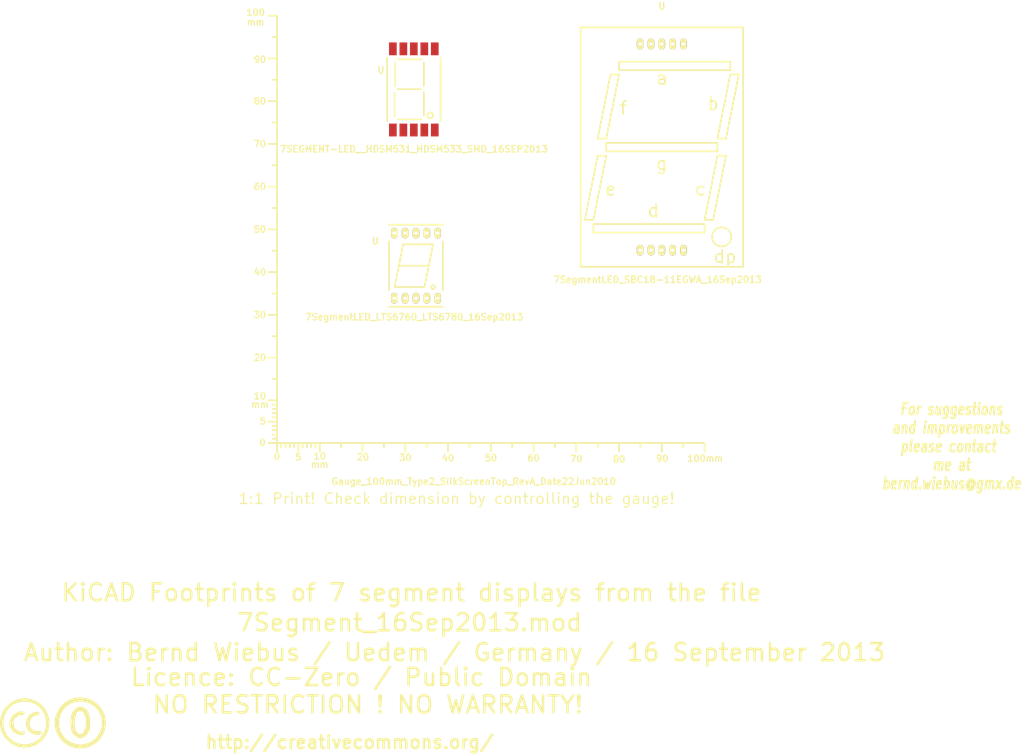
<source format=kicad_pcb>
(kicad_pcb (version 3) (host pcbnew "(2013-03-30 BZR 4007)-stable")

  (general
    (links 0)
    (no_connects 0)
    (area -10.90696 19.5816 260.35494 197.6694)
    (thickness 1.6002)
    (drawings 7)
    (tracks 0)
    (zones 0)
    (modules 6)
    (nets 1)
  )

  (page A4)
  (layers
    (15 Vorderseite signal)
    (0 Rückseite signal)
    (16 B.Adhes user)
    (17 F.Adhes user)
    (18 B.Paste user)
    (19 F.Paste user)
    (20 B.SilkS user)
    (21 F.SilkS user)
    (22 B.Mask user)
    (23 F.Mask user)
    (24 Dwgs.User user)
    (25 Cmts.User user)
    (26 Eco1.User user)
    (27 Eco2.User user)
    (28 Edge.Cuts user)
  )

  (setup
    (last_trace_width 0.2032)
    (trace_clearance 0.254)
    (zone_clearance 0.508)
    (zone_45_only no)
    (trace_min 0.2032)
    (segment_width 0.381)
    (edge_width 0.381)
    (via_size 0.889)
    (via_drill 0.635)
    (via_min_size 0.889)
    (via_min_drill 0.508)
    (uvia_size 0.508)
    (uvia_drill 0.127)
    (uvias_allowed no)
    (uvia_min_size 0.508)
    (uvia_min_drill 0.127)
    (pcb_text_width 0.3048)
    (pcb_text_size 1.524 2.032)
    (mod_edge_width 0.381)
    (mod_text_size 1.524 1.524)
    (mod_text_width 0.3048)
    (pad_size 1.8 3)
    (pad_drill 0)
    (pad_to_mask_clearance 0.254)
    (aux_axis_origin 0 0)
    (visible_elements 7FFFFFFF)
    (pcbplotparams
      (layerselection 3178497)
      (usegerberextensions true)
      (excludeedgelayer true)
      (linewidth 60)
      (plotframeref false)
      (viasonmask false)
      (mode 1)
      (useauxorigin false)
      (hpglpennumber 1)
      (hpglpenspeed 20)
      (hpglpendiameter 15)
      (hpglpenoverlay 0)
      (psnegative false)
      (psa4output false)
      (plotreference true)
      (plotvalue true)
      (plotothertext true)
      (plotinvisibletext false)
      (padsonsilk false)
      (subtractmaskfromsilk false)
      (outputformat 1)
      (mirror false)
      (drillshape 1)
      (scaleselection 1)
      (outputdirectory ""))
  )

  (net 0 "")

  (net_class Default "Dies ist die voreingestellte Netzklasse."
    (clearance 0.254)
    (trace_width 0.2032)
    (via_dia 0.889)
    (via_drill 0.635)
    (uvia_dia 0.508)
    (uvia_drill 0.127)
    (add_net "")
  )

  (module 7SegmentLED_SBC18-11EGWA_16Sep2013 (layer Vorderseite) (tedit 52373654) (tstamp 52374A75)
    (at 176 53.75)
    (fp_text reference U (at 0 -33) (layer F.SilkS)
      (effects (font (size 1.524 1.524) (thickness 0.3048)))
    )
    (fp_text value 7SegmentLED_SBC18-11EGWA_16Sep2013 (at -1 31) (layer F.SilkS)
      (effects (font (size 1.524 1.524) (thickness 0.3048)))
    )
    (fp_line (start 15.5 25.3) (end 15.9 25) (layer F.SilkS) (width 0.381))
    (fp_line (start 15.9 25) (end 16.3 25) (layer F.SilkS) (width 0.381))
    (fp_line (start 16.3 25) (end 16.6 25.1) (layer F.SilkS) (width 0.381))
    (fp_line (start 16.6 25.1) (end 16.9 25.5) (layer F.SilkS) (width 0.381))
    (fp_line (start 16.9 25.5) (end 16.9 26.4) (layer F.SilkS) (width 0.381))
    (fp_line (start 16.9 26.4) (end 16.8 26.7) (layer F.SilkS) (width 0.381))
    (fp_line (start 16.8 26.7) (end 16.6 26.9) (layer F.SilkS) (width 0.381))
    (fp_line (start 16.6 26.9) (end 16.1 27) (layer F.SilkS) (width 0.381))
    (fp_line (start 16.1 27) (end 15.6 26.9) (layer F.SilkS) (width 0.381))
    (fp_line (start 15.5 25) (end 15.5 28) (layer F.SilkS) (width 0.381))
    (fp_line (start 14.1 26.8) (end 13.9 26.9) (layer F.SilkS) (width 0.381))
    (fp_line (start 13.9 26.9) (end 13.2 26.9) (layer F.SilkS) (width 0.381))
    (fp_line (start 13.2 26.9) (end 12.9 26.8) (layer F.SilkS) (width 0.381))
    (fp_line (start 12.9 26.8) (end 12.7 26.5) (layer F.SilkS) (width 0.381))
    (fp_line (start 12.7 26.5) (end 12.7 25.6) (layer F.SilkS) (width 0.381))
    (fp_line (start 12.7 25.6) (end 12.8 25.3) (layer F.SilkS) (width 0.381))
    (fp_line (start 12.8 25.3) (end 13.2 25) (layer F.SilkS) (width 0.381))
    (fp_line (start 13.2 25) (end 13.7 25) (layer F.SilkS) (width 0.381))
    (fp_line (start 13.7 25) (end 14.1 25.2) (layer F.SilkS) (width 0.381))
    (fp_line (start 14.1 24) (end 14.1 27.1) (layer F.SilkS) (width 0.381))
    (fp_line (start 0.6 3.4) (end 0.4 3.2) (layer F.SilkS) (width 0.381))
    (fp_line (start 0.4 3.2) (end -0.1 3.2) (layer F.SilkS) (width 0.381))
    (fp_line (start -0.1 3.2) (end -0.4 3.3) (layer F.SilkS) (width 0.381))
    (fp_line (start -0.4 3.3) (end -0.7 3.6) (layer F.SilkS) (width 0.381))
    (fp_line (start -0.7 3.6) (end -0.8 4) (layer F.SilkS) (width 0.381))
    (fp_line (start -0.8 4) (end -0.8 4.7) (layer F.SilkS) (width 0.381))
    (fp_line (start -0.8 4.7) (end -0.5 5) (layer F.SilkS) (width 0.381))
    (fp_line (start -0.5 5) (end -0.2 5.2) (layer F.SilkS) (width 0.381))
    (fp_line (start -0.2 5.2) (end 0.2 5.2) (layer F.SilkS) (width 0.381))
    (fp_line (start 0.2 5.2) (end 0.6 5) (layer F.SilkS) (width 0.381))
    (fp_line (start -0.7 6) (end -0.4 6.2) (layer F.SilkS) (width 0.381))
    (fp_line (start -0.4 6.2) (end 0.1 6.2) (layer F.SilkS) (width 0.381))
    (fp_line (start 0.1 6.2) (end 0.4 6) (layer F.SilkS) (width 0.381))
    (fp_line (start 0.4 6) (end 0.6 5.7) (layer F.SilkS) (width 0.381))
    (fp_line (start 0.6 5.7) (end 0.6 3.2) (layer F.SilkS) (width 0.381))
    (fp_line (start -9.6 -9.8) (end -8.4 -9.8) (layer F.SilkS) (width 0.381))
    (fp_line (start -8.4 -10.8) (end -8.7 -10.8) (layer F.SilkS) (width 0.381))
    (fp_line (start -8.7 -10.8) (end -8.9 -10.7) (layer F.SilkS) (width 0.381))
    (fp_line (start -8.9 -10.7) (end -9.1 -10.4) (layer F.SilkS) (width 0.381))
    (fp_line (start -9.1 -10.4) (end -9.1 -7.8) (layer F.SilkS) (width 0.381))
    (fp_line (start -11.4 11) (end -11.7 11.2) (layer F.SilkS) (width 0.381))
    (fp_line (start -11.7 11.2) (end -12.2 11.2) (layer F.SilkS) (width 0.381))
    (fp_line (start -12.2 11.2) (end -12.5 11.1) (layer F.SilkS) (width 0.381))
    (fp_line (start -12.5 11.1) (end -12.7 10.9) (layer F.SilkS) (width 0.381))
    (fp_line (start -12.7 10.9) (end -12.7 9.8) (layer F.SilkS) (width 0.381))
    (fp_line (start -12.7 9.8) (end -12.6 9.4) (layer F.SilkS) (width 0.381))
    (fp_line (start -12.6 9.4) (end -12.3 9.2) (layer F.SilkS) (width 0.381))
    (fp_line (start -12.3 9.2) (end -11.8 9.2) (layer F.SilkS) (width 0.381))
    (fp_line (start -11.8 9.2) (end -11.5 9.3) (layer F.SilkS) (width 0.381))
    (fp_line (start -11.5 9.3) (end -11.3 9.6) (layer F.SilkS) (width 0.381))
    (fp_line (start -11.3 9.6) (end -11.3 9.9) (layer F.SilkS) (width 0.381))
    (fp_line (start -11.3 9.9) (end -12.7 10.2) (layer F.SilkS) (width 0.381))
    (fp_line (start -1.3 16) (end -1.6 16.2) (layer F.SilkS) (width 0.381))
    (fp_line (start -1.6 16.2) (end -2.1 16.2) (layer F.SilkS) (width 0.381))
    (fp_line (start -2.1 16.2) (end -2.5 16.1) (layer F.SilkS) (width 0.381))
    (fp_line (start -2.5 16.1) (end -2.8 15.7) (layer F.SilkS) (width 0.381))
    (fp_line (start -2.8 15.7) (end -2.8 14.9) (layer F.SilkS) (width 0.381))
    (fp_line (start -2.8 14.9) (end -2.6 14.5) (layer F.SilkS) (width 0.381))
    (fp_line (start -2.6 14.5) (end -2.3 14.2) (layer F.SilkS) (width 0.381))
    (fp_line (start -2.3 14.2) (end -1.7 14.2) (layer F.SilkS) (width 0.381))
    (fp_line (start -1.7 14.2) (end -1.3 14.5) (layer F.SilkS) (width 0.381))
    (fp_line (start -1.3 13.3) (end -1.3 16.3) (layer F.SilkS) (width 0.381))
    (fp_line (start 9.8 9.4) (end 9.6 9.3) (layer F.SilkS) (width 0.381))
    (fp_line (start 9.6 9.3) (end 9.2 9.2) (layer F.SilkS) (width 0.381))
    (fp_line (start 9.2 9.2) (end 8.9 9.2) (layer F.SilkS) (width 0.381))
    (fp_line (start 8.9 9.2) (end 8.5 9.4) (layer F.SilkS) (width 0.381))
    (fp_line (start 8.5 9.4) (end 8.3 9.8) (layer F.SilkS) (width 0.381))
    (fp_line (start 8.3 9.8) (end 8.3 10.6) (layer F.SilkS) (width 0.381))
    (fp_line (start 8.3 10.6) (end 8.4 10.9) (layer F.SilkS) (width 0.381))
    (fp_line (start 8.4 10.9) (end 8.7 11.1) (layer F.SilkS) (width 0.381))
    (fp_line (start 8.7 11.1) (end 9.3 11.2) (layer F.SilkS) (width 0.381))
    (fp_line (start 9.3 11.2) (end 9.7 11) (layer F.SilkS) (width 0.381))
    (fp_line (start 11.4 -9.1) (end 11.6 -8.8) (layer F.SilkS) (width 0.381))
    (fp_line (start 11.6 -8.8) (end 12.1 -8.8) (layer F.SilkS) (width 0.381))
    (fp_line (start 12.1 -8.8) (end 12.4 -8.9) (layer F.SilkS) (width 0.381))
    (fp_line (start 12.4 -8.9) (end 12.7 -9.3) (layer F.SilkS) (width 0.381))
    (fp_line (start 12.7 -9.3) (end 12.7 -10.2) (layer F.SilkS) (width 0.381))
    (fp_line (start 12.7 -10.2) (end 12.6 -10.5) (layer F.SilkS) (width 0.381))
    (fp_line (start 12.6 -10.5) (end 12.3 -10.7) (layer F.SilkS) (width 0.381))
    (fp_line (start 12.3 -10.7) (end 11.8 -10.8) (layer F.SilkS) (width 0.381))
    (fp_line (start 11.8 -10.8) (end 11.5 -10.7) (layer F.SilkS) (width 0.381))
    (fp_line (start 11.4 -11.8) (end 11.4 -8.8) (layer F.SilkS) (width 0.381))
    (fp_line (start 0.7 -15) (end 0.4 -14.8) (layer F.SilkS) (width 0.381))
    (fp_line (start 0.4 -14.8) (end -0.2 -14.8) (layer F.SilkS) (width 0.381))
    (fp_line (start -0.2 -14.8) (end -0.6 -14.9) (layer F.SilkS) (width 0.381))
    (fp_line (start -0.6 -14.9) (end -0.7 -15.1) (layer F.SilkS) (width 0.381))
    (fp_line (start -0.7 -15.1) (end -0.8 -15.5) (layer F.SilkS) (width 0.381))
    (fp_line (start -0.8 -15.5) (end -0.7 -15.7) (layer F.SilkS) (width 0.381))
    (fp_line (start -0.7 -15.7) (end -0.4 -15.9) (layer F.SilkS) (width 0.381))
    (fp_line (start -0.4 -15.9) (end 0.1 -15.9) (layer F.SilkS) (width 0.381))
    (fp_line (start 0.1 -15.9) (end 0.3 -15.9) (layer F.SilkS) (width 0.381))
    (fp_line (start 0.3 -15.9) (end 0.6 -16.1) (layer F.SilkS) (width 0.381))
    (fp_line (start -0.7 -16.6) (end -0.4 -16.8) (layer F.SilkS) (width 0.381))
    (fp_line (start -0.4 -16.8) (end 0 -16.8) (layer F.SilkS) (width 0.381))
    (fp_line (start 0 -16.8) (end 0.5 -16.7) (layer F.SilkS) (width 0.381))
    (fp_line (start 0.5 -16.7) (end 0.7 -16.3) (layer F.SilkS) (width 0.381))
    (fp_line (start 0.7 -16.3) (end 0.7 -14.7) (layer F.SilkS) (width 0.381))
    (fp_circle (center 14 21) (end 16 22) (layer F.SilkS) (width 0.381))
    (fp_line (start 13 2) (end 10 17) (layer F.SilkS) (width 0.381))
    (fp_line (start 10 17) (end 12 17) (layer F.SilkS) (width 0.381))
    (fp_line (start 12 17) (end 15 2) (layer F.SilkS) (width 0.381))
    (fp_line (start 15 2) (end 13 2) (layer F.SilkS) (width 0.381))
    (fp_line (start 16 -17) (end 13 -2) (layer F.SilkS) (width 0.381))
    (fp_line (start 13 -2) (end 15 -2) (layer F.SilkS) (width 0.381))
    (fp_line (start 15 -2) (end 18 -17) (layer F.SilkS) (width 0.381))
    (fp_line (start 18 -17) (end 16 -17) (layer F.SilkS) (width 0.381))
    (fp_line (start -15 2) (end -18 17) (layer F.SilkS) (width 0.381))
    (fp_line (start -18 17) (end -16 17) (layer F.SilkS) (width 0.381))
    (fp_line (start -16 17) (end -13 2) (layer F.SilkS) (width 0.381))
    (fp_line (start -13 2) (end -15 2) (layer F.SilkS) (width 0.381))
    (fp_line (start -12 -17) (end -15 -2) (layer F.SilkS) (width 0.381))
    (fp_line (start -15 -2) (end -13 -2) (layer F.SilkS) (width 0.381))
    (fp_line (start -13 -2) (end -10 -17) (layer F.SilkS) (width 0.381))
    (fp_line (start -10 -17) (end -12 -17) (layer F.SilkS) (width 0.381))
    (fp_line (start 13 0) (end 13 -1) (layer F.SilkS) (width 0.381))
    (fp_line (start 13 -1) (end -13 -1) (layer F.SilkS) (width 0.381))
    (fp_line (start -13 -1) (end -13 1) (layer F.SilkS) (width 0.381))
    (fp_line (start -13 1) (end 13 1) (layer F.SilkS) (width 0.381))
    (fp_line (start 13 1) (end 13 0) (layer F.SilkS) (width 0.381))
    (fp_line (start 10 20) (end 10 19) (layer F.SilkS) (width 0.381))
    (fp_line (start -16 20) (end 10 20) (layer F.SilkS) (width 0.381))
    (fp_line (start -16 18) (end -16 20) (layer F.SilkS) (width 0.381))
    (fp_line (start 10 18) (end -16 18) (layer F.SilkS) (width 0.381))
    (fp_line (start 10 19) (end 10 18) (layer F.SilkS) (width 0.381))
    (fp_line (start 16 -19) (end 16 -20) (layer F.SilkS) (width 0.381))
    (fp_line (start 16 -20) (end -10 -20) (layer F.SilkS) (width 0.381))
    (fp_line (start -10 -20) (end -10 -18) (layer F.SilkS) (width 0.381))
    (fp_line (start -10 -18) (end 16 -18) (layer F.SilkS) (width 0.381))
    (fp_line (start 16 -18) (end 16 -19) (layer F.SilkS) (width 0.381))
    (fp_line (start -19 -28) (end 19 -28) (layer F.SilkS) (width 0.381))
    (fp_line (start 19 -28) (end 19 28) (layer F.SilkS) (width 0.381))
    (fp_line (start 19 28) (end -19 28) (layer F.SilkS) (width 0.381))
    (fp_line (start -19 28) (end -19 -28) (layer F.SilkS) (width 0.381))
    (pad 1 thru_hole oval (at -5.08 24.13) (size 1.524 2.524) (drill 0.8)
      (layers *.Cu *.Mask F.SilkS)
    )
    (pad 2 thru_hole oval (at -2.54 24.13) (size 1.524 2.524) (drill 0.8)
      (layers *.Cu *.Mask F.SilkS)
    )
    (pad 3 thru_hole oval (at 0 24.13) (size 1.524 2.524) (drill 0.8)
      (layers *.Cu *.Mask F.SilkS)
    )
    (pad 4 thru_hole oval (at 2.54 24.13) (size 1.524 2.524) (drill 0.8)
      (layers *.Cu *.Mask F.SilkS)
    )
    (pad 5 thru_hole oval (at 5.08 24.13) (size 1.524 2.524) (drill 0.8)
      (layers *.Cu *.Mask F.SilkS)
    )
    (pad 6 thru_hole oval (at 5.08 -24.13) (size 1.524 2.524) (drill 0.8)
      (layers *.Cu *.Mask F.SilkS)
    )
    (pad 7 thru_hole oval (at 2.54 -24.13) (size 1.524 2.524) (drill 0.8)
      (layers *.Cu *.Mask F.SilkS)
    )
    (pad 8 thru_hole oval (at 0 -24.13) (size 1.524 2.524) (drill 0.8)
      (layers *.Cu *.Mask F.SilkS)
    )
    (pad 9 thru_hole oval (at -2.54 -24.13) (size 1.524 2.524) (drill 0.8)
      (layers *.Cu *.Mask F.SilkS)
    )
    (pad 10 thru_hole oval (at -5.08 -24.13) (size 1.524 2.524) (drill 0.8)
      (layers *.Cu *.Mask F.SilkS)
    )
  )

  (module Gauge_100mm_Type2_SilkScreenTop_RevA_Date22Jun2010 (layer Vorderseite) (tedit 523C5DE5) (tstamp 4D88F07A)
    (at 86 123)
    (descr "Gauge, Massstab, 100mm, SilkScreenTop, Type 2,")
    (tags "Gauge, Massstab, 100mm, SilkScreenTop, Type 2,")
    (path Gauge_100mm_Type2_SilkScreenTop_RevA_Date22Jun2010)
    (fp_text reference MSC (at 4.0005 8.99922) (layer F.SilkS) hide
      (effects (font (size 1.524 1.524) (thickness 0.3048)))
    )
    (fp_text value Gauge_100mm_Type2_SilkScreenTop_RevA_Date22Jun2010 (at 45.9994 8.99922) (layer F.SilkS)
      (effects (font (size 1.524 1.524) (thickness 0.3048)))
    )
    (fp_text user mm (at 9.99998 5.00126) (layer F.SilkS)
      (effects (font (size 1.524 1.524) (thickness 0.3048)))
    )
    (fp_text user mm (at -4.0005 -8.99922) (layer F.SilkS)
      (effects (font (size 1.524 1.524) (thickness 0.3048)))
    )
    (fp_text user mm (at -5.00126 -98.5012) (layer F.SilkS)
      (effects (font (size 1.524 1.524) (thickness 0.3048)))
    )
    (fp_text user 10 (at 10.00506 3.0988) (layer F.SilkS)
      (effects (font (size 1.50114 1.50114) (thickness 0.29972)))
    )
    (fp_text user 0 (at 0.00508 3.19786) (layer F.SilkS)
      (effects (font (size 1.39954 1.50114) (thickness 0.29972)))
    )
    (fp_text user 5 (at 5.0038 3.29946) (layer F.SilkS)
      (effects (font (size 1.50114 1.50114) (thickness 0.29972)))
    )
    (fp_text user 20 (at 20.1041 3.29946) (layer F.SilkS)
      (effects (font (size 1.50114 1.50114) (thickness 0.29972)))
    )
    (fp_text user 30 (at 30.00502 3.39852) (layer F.SilkS)
      (effects (font (size 1.50114 1.50114) (thickness 0.29972)))
    )
    (fp_text user 40 (at 40.005 3.50012) (layer F.SilkS)
      (effects (font (size 1.50114 1.50114) (thickness 0.29972)))
    )
    (fp_text user 50 (at 50.00498 3.50012) (layer F.SilkS)
      (effects (font (size 1.50114 1.50114) (thickness 0.29972)))
    )
    (fp_text user 60 (at 60.00496 3.50012) (layer F.SilkS)
      (effects (font (size 1.50114 1.50114) (thickness 0.29972)))
    )
    (fp_text user 70 (at 70.00494 3.70078) (layer F.SilkS)
      (effects (font (size 1.50114 1.50114) (thickness 0.29972)))
    )
    (fp_text user 80 (at 80.00492 3.79984) (layer F.SilkS)
      (effects (font (size 1.50114 1.50114) (thickness 0.29972)))
    )
    (fp_text user 90 (at 90.1065 3.60172) (layer F.SilkS)
      (effects (font (size 1.50114 1.50114) (thickness 0.29972)))
    )
    (fp_text user 100mm (at 100.10648 3.60172) (layer F.SilkS)
      (effects (font (size 1.50114 1.50114) (thickness 0.29972)))
    )
    (fp_line (start 0 -8.99922) (end -1.00076 -8.99922) (layer F.SilkS) (width 0.381))
    (fp_line (start 0 -8.001) (end -1.00076 -8.001) (layer F.SilkS) (width 0.381))
    (fp_line (start 0 -7.00024) (end -1.00076 -7.00024) (layer F.SilkS) (width 0.381))
    (fp_line (start 0 -5.99948) (end -1.00076 -5.99948) (layer F.SilkS) (width 0.381))
    (fp_line (start 0 -4.0005) (end -1.00076 -4.0005) (layer F.SilkS) (width 0.381))
    (fp_line (start 0 -2.99974) (end -1.00076 -2.99974) (layer F.SilkS) (width 0.381))
    (fp_line (start 0 -1.99898) (end -1.00076 -1.99898) (layer F.SilkS) (width 0.381))
    (fp_line (start 0 -1.00076) (end -1.00076 -1.00076) (layer F.SilkS) (width 0.381))
    (fp_line (start 0 0) (end -1.99898 0) (layer F.SilkS) (width 0.381))
    (fp_line (start 0 -5.00126) (end -1.99898 -5.00126) (layer F.SilkS) (width 0.381))
    (fp_line (start 0 -9.99998) (end -1.99898 -9.99998) (layer F.SilkS) (width 0.381))
    (fp_line (start 0 -15.00124) (end -1.00076 -15.00124) (layer F.SilkS) (width 0.381))
    (fp_line (start 0 -19.99996) (end -1.99898 -19.99996) (layer F.SilkS) (width 0.381))
    (fp_line (start 0 -25.00122) (end -1.00076 -25.00122) (layer F.SilkS) (width 0.381))
    (fp_line (start 0 -29.99994) (end -1.99898 -29.99994) (layer F.SilkS) (width 0.381))
    (fp_line (start 0 -35.0012) (end -1.00076 -35.0012) (layer F.SilkS) (width 0.381))
    (fp_line (start 0 -39.99992) (end -1.99898 -39.99992) (layer F.SilkS) (width 0.381))
    (fp_line (start 0 -45.00118) (end -1.00076 -45.00118) (layer F.SilkS) (width 0.381))
    (fp_line (start 0 -49.9999) (end -1.99898 -49.9999) (layer F.SilkS) (width 0.381))
    (fp_line (start 0 -55.00116) (end -1.00076 -55.00116) (layer F.SilkS) (width 0.381))
    (fp_line (start 0 -59.99988) (end -1.99898 -59.99988) (layer F.SilkS) (width 0.381))
    (fp_line (start 0 -65.00114) (end -1.00076 -65.00114) (layer F.SilkS) (width 0.381))
    (fp_line (start 0 -69.99986) (end -1.99898 -69.99986) (layer F.SilkS) (width 0.381))
    (fp_line (start 0 -75.00112) (end -1.00076 -75.00112) (layer F.SilkS) (width 0.381))
    (fp_line (start 0 -79.99984) (end -1.99898 -79.99984) (layer F.SilkS) (width 0.381))
    (fp_line (start 0 -85.0011) (end -1.00076 -85.0011) (layer F.SilkS) (width 0.381))
    (fp_line (start 0 -89.99982) (end -1.99898 -89.99982) (layer F.SilkS) (width 0.381))
    (fp_line (start 0 -95.00108) (end -1.00076 -95.00108) (layer F.SilkS) (width 0.381))
    (fp_line (start 0 0) (end 0 -99.9998) (layer F.SilkS) (width 0.381))
    (fp_line (start 0 -99.9998) (end -1.99898 -99.9998) (layer F.SilkS) (width 0.381))
    (fp_text user 100 (at -4.99872 -100.7491) (layer F.SilkS)
      (effects (font (size 1.50114 1.50114) (thickness 0.29972)))
    )
    (fp_text user 90 (at -4.0005 -89.7509) (layer F.SilkS)
      (effects (font (size 1.50114 1.50114) (thickness 0.29972)))
    )
    (fp_text user 80 (at -4.0005 -79.99984) (layer F.SilkS)
      (effects (font (size 1.50114 1.50114) (thickness 0.29972)))
    )
    (fp_text user 70 (at -4.0005 -69.99986) (layer F.SilkS)
      (effects (font (size 1.50114 1.50114) (thickness 0.29972)))
    )
    (fp_text user 60 (at -4.0005 -59.99988) (layer F.SilkS)
      (effects (font (size 1.50114 1.50114) (thickness 0.29972)))
    )
    (fp_text user 50 (at -4.0005 -49.9999) (layer F.SilkS)
      (effects (font (size 1.50114 1.50114) (thickness 0.34036)))
    )
    (fp_text user 40 (at -4.0005 -39.99992) (layer F.SilkS)
      (effects (font (size 1.50114 1.50114) (thickness 0.29972)))
    )
    (fp_text user 30 (at -4.0005 -29.99994) (layer F.SilkS)
      (effects (font (size 1.50114 1.50114) (thickness 0.29972)))
    )
    (fp_text user 20 (at -4.0005 -19.99996) (layer F.SilkS)
      (effects (font (size 1.50114 1.50114) (thickness 0.29972)))
    )
    (fp_line (start 95.00108 0) (end 95.00108 1.00076) (layer F.SilkS) (width 0.381))
    (fp_line (start 89.99982 0) (end 89.99982 1.99898) (layer F.SilkS) (width 0.381))
    (fp_line (start 85.0011 0) (end 85.0011 1.00076) (layer F.SilkS) (width 0.381))
    (fp_line (start 79.99984 0) (end 79.99984 1.99898) (layer F.SilkS) (width 0.381))
    (fp_line (start 75.00112 0) (end 75.00112 1.00076) (layer F.SilkS) (width 0.381))
    (fp_line (start 69.99986 0) (end 69.99986 1.99898) (layer F.SilkS) (width 0.381))
    (fp_line (start 65.00114 0) (end 65.00114 1.00076) (layer F.SilkS) (width 0.381))
    (fp_line (start 59.99988 0) (end 59.99988 1.99898) (layer F.SilkS) (width 0.381))
    (fp_line (start 55.00116 0) (end 55.00116 1.00076) (layer F.SilkS) (width 0.381))
    (fp_line (start 49.9999 0) (end 49.9999 1.99898) (layer F.SilkS) (width 0.381))
    (fp_line (start 45.00118 0) (end 45.00118 1.00076) (layer F.SilkS) (width 0.381))
    (fp_line (start 39.99992 0) (end 39.99992 1.99898) (layer F.SilkS) (width 0.381))
    (fp_line (start 35.0012 0) (end 35.0012 1.00076) (layer F.SilkS) (width 0.381))
    (fp_line (start 29.99994 0) (end 29.99994 1.99898) (layer F.SilkS) (width 0.381))
    (fp_line (start 25.00122 0) (end 25.00122 1.00076) (layer F.SilkS) (width 0.381))
    (fp_line (start 19.99996 0) (end 19.99996 1.99898) (layer F.SilkS) (width 0.381))
    (fp_line (start 15.00124 0) (end 15.00124 1.00076) (layer F.SilkS) (width 0.381))
    (fp_line (start 9.99998 0) (end 99.9998 0) (layer F.SilkS) (width 0.381))
    (fp_line (start 99.9998 0) (end 99.9998 1.99898) (layer F.SilkS) (width 0.381))
    (fp_text user 5 (at -3.302 -5.10286) (layer F.SilkS)
      (effects (font (size 1.50114 1.50114) (thickness 0.29972)))
    )
    (fp_text user 0 (at -3.4036 -0.10414) (layer F.SilkS)
      (effects (font (size 1.50114 1.50114) (thickness 0.29972)))
    )
    (fp_text user 10 (at -4.0005 -11.00074) (layer F.SilkS)
      (effects (font (size 1.50114 1.50114) (thickness 0.29972)))
    )
    (fp_line (start 8.99922 0) (end 8.99922 1.00076) (layer F.SilkS) (width 0.381))
    (fp_line (start 8.001 0) (end 8.001 1.00076) (layer F.SilkS) (width 0.381))
    (fp_line (start 7.00024 0) (end 7.00024 1.00076) (layer F.SilkS) (width 0.381))
    (fp_line (start 5.99948 0) (end 5.99948 1.00076) (layer F.SilkS) (width 0.381))
    (fp_line (start 4.0005 0) (end 4.0005 1.00076) (layer F.SilkS) (width 0.381))
    (fp_line (start 2.99974 0) (end 2.99974 1.00076) (layer F.SilkS) (width 0.381))
    (fp_line (start 1.99898 0) (end 1.99898 1.00076) (layer F.SilkS) (width 0.381))
    (fp_line (start 1.00076 0) (end 1.00076 1.00076) (layer F.SilkS) (width 0.381))
    (fp_line (start 5.00126 0) (end 5.00126 1.99898) (layer F.SilkS) (width 0.381))
    (fp_line (start 0 0) (end 0 1.99898) (layer F.SilkS) (width 0.381))
    (fp_line (start 0 0) (end 9.99998 0) (layer F.SilkS) (width 0.381))
    (fp_line (start 9.99998 0) (end 9.99998 1.99898) (layer F.SilkS) (width 0.381))
  )

  (module Symbol_CC-PublicDomain_SilkScreenTop_Big (layer Vorderseite) (tedit 515D641F) (tstamp 515F0B64)
    (at 40 188.5)
    (descr "Symbol, CC-PublicDomain, SilkScreen Top, Big,")
    (tags "Symbol, CC-PublicDomain, SilkScreen Top, Big,")
    (path Symbol_CC-Noncommercial_CopperTop_Big)
    (fp_text reference Sym (at 0.59944 -7.29996) (layer F.SilkS) hide
      (effects (font (size 1.524 1.524) (thickness 0.3048)))
    )
    (fp_text value Symbol_CC-PublicDomain_SilkScreenTop_Big (at 0.59944 8.001) (layer F.SilkS) hide
      (effects (font (size 1.524 1.524) (thickness 0.3048)))
    )
    (fp_circle (center 0 0) (end 5.8 -0.05) (layer F.SilkS) (width 0.381))
    (fp_circle (center 0 0) (end 5.5 0) (layer F.SilkS) (width 0.381))
    (fp_circle (center 0.05 0) (end 5.25 0) (layer F.SilkS) (width 0.381))
    (fp_line (start 1.1 -2.5) (end 1.4 -1.9) (layer F.SilkS) (width 0.381))
    (fp_line (start -1.8 1.2) (end -1.6 1.9) (layer F.SilkS) (width 0.381))
    (fp_line (start -1.6 1.9) (end -1.2 2.5) (layer F.SilkS) (width 0.381))
    (fp_line (start 0 -3) (end 0.75 -2.75) (layer F.SilkS) (width 0.381))
    (fp_line (start 0.75 -2.75) (end 1 -2.25) (layer F.SilkS) (width 0.381))
    (fp_line (start 1 -2.25) (end 1.5 -1) (layer F.SilkS) (width 0.381))
    (fp_line (start 1.5 -1) (end 1.5 -0.5) (layer F.SilkS) (width 0.381))
    (fp_line (start 1.5 -0.5) (end 1.5 0.5) (layer F.SilkS) (width 0.381))
    (fp_line (start 1.5 0.5) (end 1.25 1.5) (layer F.SilkS) (width 0.381))
    (fp_line (start 1.25 1.5) (end 0.75 2.5) (layer F.SilkS) (width 0.381))
    (fp_line (start 0.75 2.5) (end 0.25 2.75) (layer F.SilkS) (width 0.381))
    (fp_line (start 0.25 2.75) (end -0.25 2.75) (layer F.SilkS) (width 0.381))
    (fp_line (start -0.25 2.75) (end -0.75 2.5) (layer F.SilkS) (width 0.381))
    (fp_line (start -0.75 2.5) (end -1.25 1.75) (layer F.SilkS) (width 0.381))
    (fp_line (start -1.25 1.75) (end -1.5 0.75) (layer F.SilkS) (width 0.381))
    (fp_line (start -1.5 0.75) (end -1.5 -0.75) (layer F.SilkS) (width 0.381))
    (fp_line (start -1.5 -0.75) (end -1.25 -1.75) (layer F.SilkS) (width 0.381))
    (fp_line (start -1.25 -1.75) (end -1 -2.5) (layer F.SilkS) (width 0.381))
    (fp_line (start -1 -2.5) (end -0.3 -2.9) (layer F.SilkS) (width 0.381))
    (fp_line (start -0.3 -2.9) (end 0.2 -3) (layer F.SilkS) (width 0.381))
    (fp_line (start 0.2 -3) (end 0.8 -3) (layer F.SilkS) (width 0.381))
    (fp_line (start 0.8 -3) (end 1.4 -2.3) (layer F.SilkS) (width 0.381))
    (fp_line (start 1.4 -2.3) (end 1.6 -1.4) (layer F.SilkS) (width 0.381))
    (fp_line (start 1.6 -1.4) (end 1.7 -0.3) (layer F.SilkS) (width 0.381))
    (fp_line (start 1.7 -0.3) (end 1.7 0.9) (layer F.SilkS) (width 0.381))
    (fp_line (start 1.7 0.9) (end 1.4 1.8) (layer F.SilkS) (width 0.381))
    (fp_line (start 1.4 1.8) (end 1 2.7) (layer F.SilkS) (width 0.381))
    (fp_line (start 1 2.7) (end 0.5 3) (layer F.SilkS) (width 0.381))
    (fp_line (start 0.5 3) (end -0.4 3) (layer F.SilkS) (width 0.381))
    (fp_line (start -0.4 3) (end -1.3 2.3) (layer F.SilkS) (width 0.381))
    (fp_line (start -1.3 2.3) (end -1.7 1) (layer F.SilkS) (width 0.381))
    (fp_line (start -1.7 1) (end -1.8 -0.7) (layer F.SilkS) (width 0.381))
    (fp_line (start -1.8 -0.7) (end -1.4 -2.2) (layer F.SilkS) (width 0.381))
    (fp_line (start -1.4 -2.2) (end -1 -2.9) (layer F.SilkS) (width 0.381))
    (fp_line (start -1 -2.9) (end -0.2 -3.3) (layer F.SilkS) (width 0.381))
    (fp_line (start -0.2 -3.3) (end 0.7 -3.2) (layer F.SilkS) (width 0.381))
    (fp_line (start 0.7 -3.2) (end 1.3 -3.1) (layer F.SilkS) (width 0.381))
    (fp_line (start 1.3 -3.1) (end 1.7 -2.4) (layer F.SilkS) (width 0.381))
    (fp_line (start 1.7 -2.4) (end 2 -1.6) (layer F.SilkS) (width 0.381))
    (fp_line (start 2 -1.6) (end 2.1 -0.6) (layer F.SilkS) (width 0.381))
    (fp_line (start 2.1 -0.6) (end 2.1 0.3) (layer F.SilkS) (width 0.381))
    (fp_line (start 2.1 0.3) (end 2.1 1.3) (layer F.SilkS) (width 0.381))
    (fp_line (start 2.1 1.3) (end 1.9 1.8) (layer F.SilkS) (width 0.381))
    (fp_line (start 1.9 1.8) (end 1.5 2.6) (layer F.SilkS) (width 0.381))
    (fp_line (start 1.5 2.6) (end 1.1 3) (layer F.SilkS) (width 0.381))
    (fp_line (start 1.1 3) (end 0.4 3.3) (layer F.SilkS) (width 0.381))
    (fp_line (start 0.4 3.3) (end -0.1 3.4) (layer F.SilkS) (width 0.381))
    (fp_line (start -0.1 3.4) (end -0.8 3.2) (layer F.SilkS) (width 0.381))
    (fp_line (start -0.8 3.2) (end -1.5 2.6) (layer F.SilkS) (width 0.381))
    (fp_line (start -1.5 2.6) (end -1.9 1.7) (layer F.SilkS) (width 0.381))
    (fp_line (start -1.9 1.7) (end -2.1 0.4) (layer F.SilkS) (width 0.381))
    (fp_line (start -2.1 0.4) (end -2.1 -0.6) (layer F.SilkS) (width 0.381))
    (fp_line (start -2.1 -0.6) (end -2 -1.6) (layer F.SilkS) (width 0.381))
    (fp_line (start -2 -1.6) (end -1.7 -2.4) (layer F.SilkS) (width 0.381))
    (fp_line (start -1.7 -2.4) (end -1.2 -3.1) (layer F.SilkS) (width 0.381))
    (fp_line (start -1.2 -3.1) (end -0.4 -3.6) (layer F.SilkS) (width 0.381))
    (fp_line (start -0.4 -3.6) (end 0.4 -3.6) (layer F.SilkS) (width 0.381))
    (fp_line (start 0.4 -3.6) (end 1.1 -3.2) (layer F.SilkS) (width 0.381))
    (fp_line (start 1.1 -3.2) (end 1.1 -2.9) (layer F.SilkS) (width 0.381))
    (fp_line (start 1.1 -2.9) (end 1.8 -1.5) (layer F.SilkS) (width 0.381))
    (fp_line (start 1.8 -1.5) (end 1.8 -0.4) (layer F.SilkS) (width 0.381))
    (fp_line (start 1.8 -0.4) (end 1.8 1.1) (layer F.SilkS) (width 0.381))
    (fp_line (start 1.8 1.1) (end 1.2 2.6) (layer F.SilkS) (width 0.381))
    (fp_line (start 1.2 2.6) (end 0.2 3.2) (layer F.SilkS) (width 0.381))
    (fp_line (start 0.2 3.2) (end -0.5 3.2) (layer F.SilkS) (width 0.381))
    (fp_line (start -0.5 3.2) (end -1.1 2.7) (layer F.SilkS) (width 0.381))
    (fp_line (start -1.1 2.7) (end -1.9 0.6) (layer F.SilkS) (width 0.381))
    (fp_line (start -1.9 0.6) (end -1.7 -1.9) (layer F.SilkS) (width 0.381))
  )

  (module Symbol_CreativeCommons_SilkScreenTop_Type2_Big (layer Vorderseite) (tedit 515D640C) (tstamp 515D6AF0)
    (at 27 188.5)
    (descr "Symbol, Creative Commons, SilkScreen Top, Type 2, Big,")
    (tags "Symbol, Creative Commons, SilkScreen Top, Type 2, Big,")
    (path Symbol_CreativeCommons_CopperTop_Type2_Big)
    (fp_text reference Sym (at 0.59944 -7.29996) (layer F.SilkS) hide
      (effects (font (size 1.524 1.524) (thickness 0.3048)))
    )
    (fp_text value Symbol_CreativeCommons_Typ2_SilkScreenTop_Big (at 0.59944 8.001) (layer F.SilkS) hide
      (effects (font (size 1.524 1.524) (thickness 0.3048)))
    )
    (fp_line (start -0.70104 2.70002) (end -0.29972 2.60096) (layer F.SilkS) (width 0.381))
    (fp_line (start -0.29972 2.60096) (end -0.20066 2.10058) (layer F.SilkS) (width 0.381))
    (fp_line (start -2.49936 -1.69926) (end -2.70002 -1.6002) (layer F.SilkS) (width 0.381))
    (fp_line (start -2.70002 -1.6002) (end -3.0988 -1.00076) (layer F.SilkS) (width 0.381))
    (fp_line (start -3.0988 -1.00076) (end -3.29946 -0.50038) (layer F.SilkS) (width 0.381))
    (fp_line (start -3.29946 -0.50038) (end -3.40106 0.39878) (layer F.SilkS) (width 0.381))
    (fp_line (start -3.40106 0.39878) (end -3.29946 0.89916) (layer F.SilkS) (width 0.381))
    (fp_line (start -0.19812 2.4003) (end -0.29718 2.59842) (layer F.SilkS) (width 0.381))
    (fp_line (start 3.70078 2.10058) (end 3.79984 2.4003) (layer F.SilkS) (width 0.381))
    (fp_line (start 2.99974 -2.4003) (end 3.29946 -2.30124) (layer F.SilkS) (width 0.381))
    (fp_line (start 3.29946 -2.30124) (end 3.0988 -1.99898) (layer F.SilkS) (width 0.381))
    (fp_line (start 0 -5.40004) (end -0.50038 -5.40004) (layer F.SilkS) (width 0.381))
    (fp_line (start -0.50038 -5.40004) (end -1.30048 -5.10032) (layer F.SilkS) (width 0.381))
    (fp_line (start -1.30048 -5.10032) (end -1.99898 -4.89966) (layer F.SilkS) (width 0.381))
    (fp_line (start -1.99898 -4.89966) (end -2.70002 -4.699) (layer F.SilkS) (width 0.381))
    (fp_line (start -2.70002 -4.699) (end -3.29946 -4.20116) (layer F.SilkS) (width 0.381))
    (fp_line (start -3.29946 -4.20116) (end -4.0005 -3.59918) (layer F.SilkS) (width 0.381))
    (fp_line (start -4.0005 -3.59918) (end -4.50088 -2.99974) (layer F.SilkS) (width 0.381))
    (fp_line (start -4.50088 -2.99974) (end -5.00126 -2.10058) (layer F.SilkS) (width 0.381))
    (fp_line (start -5.00126 -2.10058) (end -5.30098 -1.09982) (layer F.SilkS) (width 0.381))
    (fp_line (start -5.30098 -1.09982) (end -5.40004 0.09906) (layer F.SilkS) (width 0.381))
    (fp_line (start -5.40004 0.09906) (end -5.19938 1.30048) (layer F.SilkS) (width 0.381))
    (fp_line (start -5.19938 1.30048) (end -4.8006 2.4003) (layer F.SilkS) (width 0.381))
    (fp_line (start -4.8006 2.4003) (end -3.79984 3.8989) (layer F.SilkS) (width 0.381))
    (fp_line (start -3.79984 3.8989) (end -2.60096 4.8006) (layer F.SilkS) (width 0.381))
    (fp_line (start -2.60096 4.8006) (end -1.30048 5.30098) (layer F.SilkS) (width 0.381))
    (fp_line (start -1.30048 5.30098) (end 0.09906 5.30098) (layer F.SilkS) (width 0.381))
    (fp_line (start 0.09906 5.30098) (end 1.6002 5.19938) (layer F.SilkS) (width 0.381))
    (fp_line (start 1.6002 5.19938) (end 2.60096 4.699) (layer F.SilkS) (width 0.381))
    (fp_line (start 2.60096 4.699) (end 4.20116 3.40106) (layer F.SilkS) (width 0.381))
    (fp_line (start 4.20116 3.40106) (end 5.00126 1.80086) (layer F.SilkS) (width 0.381))
    (fp_line (start 5.00126 1.80086) (end 5.40004 0.29972) (layer F.SilkS) (width 0.381))
    (fp_line (start 5.40004 0.29972) (end 5.19938 -1.39954) (layer F.SilkS) (width 0.381))
    (fp_line (start 5.19938 -1.39954) (end 4.699 -2.49936) (layer F.SilkS) (width 0.381))
    (fp_line (start 4.699 -2.49936) (end 3.40106 -4.09956) (layer F.SilkS) (width 0.381))
    (fp_line (start 3.40106 -4.09956) (end 2.4003 -4.8006) (layer F.SilkS) (width 0.381))
    (fp_line (start 2.4003 -4.8006) (end 1.39954 -5.19938) (layer F.SilkS) (width 0.381))
    (fp_line (start 1.39954 -5.19938) (end 0 -5.30098) (layer F.SilkS) (width 0.381))
    (fp_line (start 0.60198 -0.70104) (end 0.50292 -0.20066) (layer F.SilkS) (width 0.381))
    (fp_line (start 0.50292 -0.20066) (end 0.50292 0.49784) (layer F.SilkS) (width 0.381))
    (fp_line (start 0.50292 0.49784) (end 0.60198 1.09982) (layer F.SilkS) (width 0.381))
    (fp_line (start 0.60198 1.09982) (end 1.00076 1.69926) (layer F.SilkS) (width 0.381))
    (fp_line (start 1.00076 1.69926) (end 1.50114 2.19964) (layer F.SilkS) (width 0.381))
    (fp_line (start 1.50114 2.19964) (end 2.10058 2.49936) (layer F.SilkS) (width 0.381))
    (fp_line (start 2.10058 2.49936) (end 2.60096 2.59842) (layer F.SilkS) (width 0.381))
    (fp_line (start 2.60096 2.59842) (end 3.00228 2.59842) (layer F.SilkS) (width 0.381))
    (fp_line (start 3.00228 2.59842) (end 3.40106 2.59842) (layer F.SilkS) (width 0.381))
    (fp_line (start 3.40106 2.59842) (end 3.80238 2.49936) (layer F.SilkS) (width 0.381))
    (fp_line (start 3.80238 2.49936) (end 3.70078 2.2987) (layer F.SilkS) (width 0.381))
    (fp_line (start 3.70078 2.2987) (end 2.80162 2.4003) (layer F.SilkS) (width 0.381))
    (fp_line (start 2.80162 2.4003) (end 1.80086 2.09804) (layer F.SilkS) (width 0.381))
    (fp_line (start 1.80086 2.09804) (end 1.20142 1.6002) (layer F.SilkS) (width 0.381))
    (fp_line (start 1.20142 1.6002) (end 0.80264 0.6985) (layer F.SilkS) (width 0.381))
    (fp_line (start 0.80264 0.6985) (end 0.70104 -0.29972) (layer F.SilkS) (width 0.381))
    (fp_line (start 0.70104 -0.29972) (end 1.00076 -1.00076) (layer F.SilkS) (width 0.381))
    (fp_line (start 1.00076 -1.00076) (end 1.60274 -1.7018) (layer F.SilkS) (width 0.381))
    (fp_line (start 1.60274 -1.7018) (end 2.30124 -2.10058) (layer F.SilkS) (width 0.381))
    (fp_line (start 2.30124 -2.10058) (end 3.00228 -2.10058) (layer F.SilkS) (width 0.381))
    (fp_line (start 3.00228 -2.10058) (end 3.10134 -1.89992) (layer F.SilkS) (width 0.381))
    (fp_line (start 3.10134 -1.89992) (end 2.5019 -1.89992) (layer F.SilkS) (width 0.381))
    (fp_line (start 2.5019 -1.89992) (end 1.80086 -1.6002) (layer F.SilkS) (width 0.381))
    (fp_line (start 1.80086 -1.6002) (end 1.30048 -1.00076) (layer F.SilkS) (width 0.381))
    (fp_line (start 1.30048 -1.00076) (end 1.00076 -0.40132) (layer F.SilkS) (width 0.381))
    (fp_line (start 1.00076 -0.40132) (end 1.00076 0.09906) (layer F.SilkS) (width 0.381))
    (fp_line (start 1.00076 0.09906) (end 1.00076 0.6985) (layer F.SilkS) (width 0.381))
    (fp_line (start 1.00076 0.6985) (end 1.30048 1.19888) (layer F.SilkS) (width 0.381))
    (fp_line (start 1.30048 1.19888) (end 1.7018 1.69926) (layer F.SilkS) (width 0.381))
    (fp_line (start 1.7018 1.69926) (end 2.30124 1.99898) (layer F.SilkS) (width 0.381))
    (fp_line (start 2.30124 1.99898) (end 2.90068 2.09804) (layer F.SilkS) (width 0.381))
    (fp_line (start 2.90068 2.09804) (end 3.40106 2.09804) (layer F.SilkS) (width 0.381))
    (fp_line (start 3.40106 2.09804) (end 3.70078 1.99898) (layer F.SilkS) (width 0.381))
    (fp_line (start 3.00228 -2.4003) (end 2.40284 -2.4003) (layer F.SilkS) (width 0.381))
    (fp_line (start 2.40284 -2.4003) (end 2.00152 -2.20218) (layer F.SilkS) (width 0.381))
    (fp_line (start 2.00152 -2.20218) (end 1.50114 -2.00152) (layer F.SilkS) (width 0.381))
    (fp_line (start 1.50114 -2.00152) (end 1.10236 -1.6002) (layer F.SilkS) (width 0.381))
    (fp_line (start 1.10236 -1.6002) (end 0.80264 -1.09982) (layer F.SilkS) (width 0.381))
    (fp_line (start 0.80264 -1.09982) (end 0.60198 -0.70104) (layer F.SilkS) (width 0.381))
    (fp_line (start -0.39878 -1.99898) (end -0.89916 -1.99898) (layer F.SilkS) (width 0.381))
    (fp_line (start -0.89916 -1.99898) (end -1.39954 -1.89738) (layer F.SilkS) (width 0.381))
    (fp_line (start -1.39954 -1.89738) (end -1.89992 -1.59766) (layer F.SilkS) (width 0.381))
    (fp_line (start -1.89992 -1.59766) (end -2.4003 -1.19888) (layer F.SilkS) (width 0.381))
    (fp_line (start -2.4003 -1.30048) (end -2.70002 -0.8001) (layer F.SilkS) (width 0.381))
    (fp_line (start -2.70002 -0.8001) (end -2.79908 -0.29972) (layer F.SilkS) (width 0.381))
    (fp_line (start -2.79908 -0.29972) (end -2.79908 0.20066) (layer F.SilkS) (width 0.381))
    (fp_line (start -2.79908 0.20066) (end -2.59842 1.00076) (layer F.SilkS) (width 0.381))
    (fp_line (start -2.69748 1.00076) (end -2.39776 1.39954) (layer F.SilkS) (width 0.381))
    (fp_line (start -2.29616 1.4986) (end -1.79578 1.89992) (layer F.SilkS) (width 0.381))
    (fp_line (start -1.79578 1.89992) (end -1.29794 2.09804) (layer F.SilkS) (width 0.381))
    (fp_line (start -1.29794 2.09804) (end -0.89662 2.19964) (layer F.SilkS) (width 0.381))
    (fp_line (start -0.89662 2.19964) (end -0.49784 2.19964) (layer F.SilkS) (width 0.381))
    (fp_line (start -0.49784 2.19964) (end -0.19812 2.09804) (layer F.SilkS) (width 0.381))
    (fp_line (start -0.19812 2.09804) (end -0.29718 2.4003) (layer F.SilkS) (width 0.381))
    (fp_line (start -0.29718 2.4003) (end -0.89662 2.49936) (layer F.SilkS) (width 0.381))
    (fp_line (start -0.89662 2.49936) (end -1.59766 2.2987) (layer F.SilkS) (width 0.381))
    (fp_line (start -1.59766 2.2987) (end -2.29616 1.79832) (layer F.SilkS) (width 0.381))
    (fp_line (start -2.29616 1.79832) (end -2.79654 1.29794) (layer F.SilkS) (width 0.381))
    (fp_line (start -2.79908 1.39954) (end -2.99974 0.70104) (layer F.SilkS) (width 0.381))
    (fp_line (start -2.99974 0.70104) (end -3.0988 0) (layer F.SilkS) (width 0.381))
    (fp_line (start -3.0988 0) (end -2.99974 -0.59944) (layer F.SilkS) (width 0.381))
    (fp_line (start -2.99974 -0.8001) (end -2.70002 -1.30048) (layer F.SilkS) (width 0.381))
    (fp_line (start -2.70002 -1.09982) (end -2.19964 -1.6002) (layer F.SilkS) (width 0.381))
    (fp_line (start -2.19964 -1.69926) (end -1.69926 -1.99898) (layer F.SilkS) (width 0.381))
    (fp_line (start -1.69926 -1.99898) (end -1.19888 -2.19964) (layer F.SilkS) (width 0.381))
    (fp_line (start -1.19888 -2.19964) (end -0.6985 -2.19964) (layer F.SilkS) (width 0.381))
    (fp_line (start -0.6985 -2.19964) (end -0.29972 -2.19964) (layer F.SilkS) (width 0.381))
    (fp_line (start -0.29972 -2.19964) (end -0.20066 -2.39776) (layer F.SilkS) (width 0.381))
    (fp_line (start -0.20066 -2.39776) (end -0.59944 -2.49936) (layer F.SilkS) (width 0.381))
    (fp_line (start -0.59944 -2.49936) (end -1.00076 -2.49936) (layer F.SilkS) (width 0.381))
    (fp_line (start -1.00076 -2.49936) (end -1.4986 -2.39776) (layer F.SilkS) (width 0.381))
    (fp_line (start -1.4986 -2.39776) (end -2.10058 -2.09804) (layer F.SilkS) (width 0.381))
    (fp_line (start -2.10058 -2.09804) (end -2.59842 -1.69926) (layer F.SilkS) (width 0.381))
    (fp_line (start -2.59842 -1.6002) (end -3.0988 -0.89916) (layer F.SilkS) (width 0.381))
    (fp_line (start -3.0988 -0.89916) (end -3.29946 -0.29972) (layer F.SilkS) (width 0.381))
    (fp_line (start -3.29946 -0.29972) (end -3.29946 0.40132) (layer F.SilkS) (width 0.381))
    (fp_line (start -3.29946 0.40132) (end -3.2004 1.00076) (layer F.SilkS) (width 0.381))
    (fp_line (start -3.29946 0.8001) (end -2.99974 1.39954) (layer F.SilkS) (width 0.381))
    (fp_line (start -2.89814 1.4986) (end -2.49682 1.99898) (layer F.SilkS) (width 0.381))
    (fp_line (start -2.49682 1.99898) (end -1.89738 2.4003) (layer F.SilkS) (width 0.381))
    (fp_line (start -1.89738 2.4003) (end -1.19634 2.59842) (layer F.SilkS) (width 0.381))
    (fp_line (start -1.19634 2.59842) (end -0.69596 2.70002) (layer F.SilkS) (width 0.381))
    (fp_line (start -2.9972 1.19888) (end -2.59842 1.19888) (layer F.SilkS) (width 0.381))
    (fp_circle (center 0 0) (end 5.08 1.016) (layer F.SilkS) (width 0.381))
    (fp_circle (center 0 0) (end 5.588 0) (layer F.SilkS) (width 0.381))
  )

  (module 7SegmentLED_LTS6760_LTS6780_16Sep2013 (layer Vorderseite) (tedit 523C5DF2) (tstamp 523C5F39)
    (at 118.5 81.5)
    (fp_text reference U (at -9.5 -5.8) (layer F.SilkS)
      (effects (font (size 1.524 1.524) (thickness 0.3048)))
    )
    (fp_text value 7SegmentLED_LTS6760_LTS6780_16Sep2013 (at -0.4 12) (layer F.SilkS)
      (effects (font (size 1.524 1.524) (thickness 0.3048)))
    )
    (fp_circle (center 4 5) (end 4.4 5.2) (layer F.SilkS) (width 0.381))
    (fp_line (start -3 -5) (end -4 0) (layer F.SilkS) (width 0.381))
    (fp_line (start -4 0) (end -5 5) (layer F.SilkS) (width 0.381))
    (fp_line (start -5 5) (end 2 5) (layer F.SilkS) (width 0.381))
    (fp_line (start 2 5) (end 3 0) (layer F.SilkS) (width 0.381))
    (fp_line (start 4 -5) (end 3 0) (layer F.SilkS) (width 0.381))
    (fp_line (start 3 0) (end -4 0) (layer F.SilkS) (width 0.381))
    (fp_line (start -3 -5) (end 4 -5) (layer F.SilkS) (width 0.381))
    (fp_line (start 6.3 9.6) (end -6.3 9.6) (layer F.SilkS) (width 0.381))
    (fp_line (start -6.3 -5.7) (end -6.3 5.7) (layer F.SilkS) (width 0.381))
    (fp_line (start 6.3 -5.7) (end 6.3 5.7) (layer F.SilkS) (width 0.381))
    (fp_line (start -6.3 -9.6) (end 6.3 -9.6) (layer F.SilkS) (width 0.381))
    (pad 1 thru_hole oval (at -5.08 7.62) (size 1.524 2.524) (drill 0.8)
      (layers *.Cu *.Mask F.SilkS)
    )
    (pad 2 thru_hole oval (at -2.54 7.62) (size 1.524 2.524) (drill 0.8)
      (layers *.Cu *.Mask F.SilkS)
    )
    (pad 3 thru_hole oval (at 0 7.62) (size 1.524 2.524) (drill 0.8)
      (layers *.Cu *.Mask F.SilkS)
    )
    (pad 4 thru_hole oval (at 2.54 7.62) (size 1.524 2.524) (drill 0.8)
      (layers *.Cu *.Mask F.SilkS)
    )
    (pad 5 thru_hole oval (at 5.08 7.62) (size 1.524 2.524) (drill 0.8)
      (layers *.Cu *.Mask F.SilkS)
    )
    (pad 6 thru_hole oval (at 5.08 -7.62) (size 1.524 2.524) (drill 0.8)
      (layers *.Cu *.Mask F.SilkS)
    )
    (pad 7 thru_hole oval (at 2.54 -7.62) (size 1.524 2.524) (drill 0.8)
      (layers *.Cu *.Mask F.SilkS)
    )
    (pad 8 thru_hole oval (at 0 -7.62) (size 1.524 2.524) (drill 0.8)
      (layers *.Cu *.Mask F.SilkS)
    )
    (pad 9 thru_hole oval (at -2.54 -7.62) (size 1.524 2.524) (drill 0.8)
      (layers *.Cu *.Mask F.SilkS)
    )
    (pad 10 thru_hole oval (at -5.08 -7.62) (size 1.524 2.524) (drill 0.8)
      (layers *.Cu *.Mask F.SilkS)
    )
  )

  (module 7SEGMENT-LED__HDSM531_HDSM533_SMD_16SEP2013 (layer Vorderseite) (tedit 523C5E3C) (tstamp 523C614A)
    (at 118 40.25)
    (fp_text reference U (at -7.7 -4.525) (layer F.SilkS)
      (effects (font (size 1.524 1.524) (thickness 0.3048)))
    )
    (fp_text value 7SEGMENT-LED__HDSM531_HDSM533_SMD_16SEP2013 (at 0.025 13.95) (layer F.SilkS)
      (effects (font (size 1.524 1.524) (thickness 0.3048)))
    )
    (fp_circle (center 3.825 6.075) (end 3.925 6.75) (layer F.SilkS) (width 0.381))
    (fp_line (start 2.35 6.125) (end 2.35 0.625) (layer F.SilkS) (width 0.381))
    (fp_line (start -4.5 6.3) (end -4.5 0.8) (layer F.SilkS) (width 0.381))
    (fp_line (start -4.325 -0.75) (end -4.325 -6.25) (layer F.SilkS) (width 0.381))
    (fp_line (start 2.35 -0.85) (end 2.35 -6.35) (layer F.SilkS) (width 0.381))
    (fp_line (start -3.675 -7.025) (end 1.825 -7.025) (layer F.SilkS) (width 0.381))
    (fp_line (start -3.825 -0.05) (end 1.675 -0.05) (layer F.SilkS) (width 0.381))
    (fp_line (start -3.725 7.025) (end 1.775 7.025) (layer F.SilkS) (width 0.381))
    (fp_line (start 6.25 7.425) (end 6.25 -7.425) (layer F.SilkS) (width 0.381))
    (fp_line (start -6.25 -7.425) (end -6.25 7.425) (layer F.SilkS) (width 0.381))
    (pad 3 smd rect (at 0 9.5) (size 1.8 3)
      (layers Vorderseite F.Paste F.Mask)
      (solder_paste_margin -0.2)
    )
    (pad 2 smd rect (at -2.45 9.5) (size 1.8 3)
      (layers Vorderseite F.Paste F.Mask)
      (solder_paste_margin -0.2)
    )
    (pad 1 smd rect (at -4.9 9.5) (size 1.8 3)
      (layers Vorderseite F.Paste F.Mask)
      (solder_paste_margin -0.2)
    )
    (pad 4 smd rect (at 2.45 9.5) (size 1.8 3)
      (layers Vorderseite F.Paste F.Mask)
      (solder_paste_margin -0.2)
    )
    (pad 5 smd rect (at 4.9 9.5) (size 1.8 3)
      (layers Vorderseite F.Paste F.Mask)
      (solder_paste_margin -0.2)
    )
    (pad 6 smd rect (at 4.9 -9.5) (size 1.8 3)
      (layers Vorderseite F.Paste F.Mask)
      (solder_paste_margin -0.2)
    )
    (pad 7 smd rect (at 2.45 -9.5) (size 1.8 3)
      (layers Vorderseite F.Paste F.Mask)
      (solder_paste_margin -0.2)
    )
    (pad 8 smd rect (at 0 -9.5) (size 1.8 3)
      (layers Vorderseite F.Paste F.Mask)
      (solder_paste_margin -0.2)
    )
    (pad 9 smd rect (at -2.45 -9.5) (size 1.8 3)
      (layers Vorderseite F.Paste F.Mask)
      (solder_paste_margin -0.2)
    )
    (pad 10 smd rect (at -4.9 -9.5) (size 1.8 3)
      (layers Vorderseite F.Paste F.Mask)
      (solder_paste_margin -0.2)
    )
    (pad "" smd oval (at 0 0) (size 4 6)
      (layers F.Adhes)
    )
    (model 7Segment_HDSM531_HDSM533_Wings3D_RevA_17Sep2013/7Segment_HDSM531_HDSM533_Green_Faktor03937_Wings3D_RevA_17Sep2013.wrl
      (at (xyz 0 0 0))
      (scale (xyz 0.3937 0.3937 0.3937))
      (rotate (xyz 0 0 0))
    )
  )

  (gr_text "1:1 Print! Check dimension by controlling the gauge!" (at 128 136) (layer F.SilkS)
    (effects (font (size 2.49936 2.49936) (thickness 0.29972)))
  )
  (gr_text "Author: Bernd Wiebus / Uedem / Germany / 16 September 2013" (at 127.5 172) (layer F.SilkS)
    (effects (font (size 4.0005 4.0005) (thickness 0.59944)))
  )
  (gr_text 7Segment_16Sep2013.mod (at 117 165) (layer F.SilkS)
    (effects (font (size 4.0005 4.0005) (thickness 0.59944)))
  )
  (gr_text "KiCAD Footprints of 7 segment displays from the file " (at 119 158) (layer F.SilkS)
    (effects (font (size 4.0005 4.0005) (thickness 0.59944)))
  )
  (gr_text http://creativecommons.org/ (at 103 193) (layer F.SilkS)
    (effects (font (size 3 3) (thickness 0.6)))
  )
  (gr_text "Licence: CC-Zero / Public Domain \nNO RESTRICTION ! NO WARRANTY!" (at 107.2501 181.00064) (layer F.SilkS)
    (effects (font (size 4.0005 4.0005) (thickness 0.59944)))
  )
  (gr_text "For suggestions\nand improvements\nplease contact \nme at\nbernd.wiebus@gmx.de" (at 243.75 123.75) (layer F.SilkS)
    (effects (font (size 2.70002 1.99898) (thickness 0.50038) italic))
  )

)

</source>
